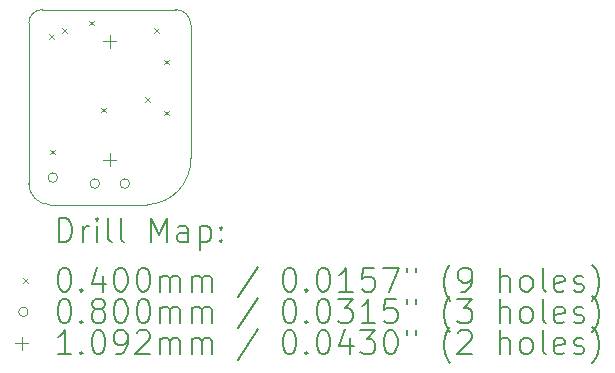
<source format=gbr>
%TF.GenerationSoftware,KiCad,Pcbnew,7.0.7*%
%TF.CreationDate,2023-12-15T10:31:17-05:00*%
%TF.ProjectId,Original Circle FES Device,4f726967-696e-4616-9c20-436972636c65,rev?*%
%TF.SameCoordinates,Original*%
%TF.FileFunction,Drillmap*%
%TF.FilePolarity,Positive*%
%FSLAX45Y45*%
G04 Gerber Fmt 4.5, Leading zero omitted, Abs format (unit mm)*
G04 Created by KiCad (PCBNEW 7.0.7) date 2023-12-15 10:31:17*
%MOMM*%
%LPD*%
G01*
G04 APERTURE LIST*
%ADD10C,0.100000*%
%ADD11C,0.200000*%
%ADD12C,0.040000*%
%ADD13C,0.080000*%
%ADD14C,0.109220*%
G04 APERTURE END LIST*
D10*
X12496800Y-10033000D02*
G75*
G03*
X12369800Y-9906000I-127000J0D01*
G01*
X12369800Y-9906000D02*
X11239500Y-9906000D01*
X11239500Y-9906000D02*
G75*
G03*
X11125200Y-10020300I0J-114300D01*
G01*
X12128500Y-11557000D02*
G75*
G03*
X12496800Y-11163300I-12700J381000D01*
G01*
X12496800Y-10033000D02*
X12496800Y-11163300D01*
X11125200Y-11379200D02*
X11125200Y-10020300D01*
X12128500Y-11557000D02*
X11303000Y-11557000D01*
X11125200Y-11379200D02*
G75*
G03*
X11303000Y-11557000I177800J0D01*
G01*
D11*
D12*
X11296888Y-10111753D02*
X11336888Y-10151753D01*
X11336888Y-10111753D02*
X11296888Y-10151753D01*
X11308400Y-11092500D02*
X11348400Y-11132500D01*
X11348400Y-11092500D02*
X11308400Y-11132500D01*
X11410000Y-10063800D02*
X11450000Y-10103800D01*
X11450000Y-10063800D02*
X11410000Y-10103800D01*
X11638600Y-10000300D02*
X11678600Y-10040300D01*
X11678600Y-10000300D02*
X11638600Y-10040300D01*
X11740200Y-10736900D02*
X11780200Y-10776900D01*
X11780200Y-10736900D02*
X11740200Y-10776900D01*
X12112200Y-10648000D02*
X12152200Y-10688000D01*
X12152200Y-10648000D02*
X12112200Y-10688000D01*
X12184700Y-10063800D02*
X12224700Y-10103800D01*
X12224700Y-10063800D02*
X12184700Y-10103800D01*
X12273600Y-10330500D02*
X12313600Y-10370500D01*
X12313600Y-10330500D02*
X12273600Y-10370500D01*
X12273600Y-10762300D02*
X12313600Y-10802300D01*
X12313600Y-10762300D02*
X12273600Y-10802300D01*
D13*
X11368400Y-11328400D02*
G75*
G03*
X11368400Y-11328400I-40000J0D01*
G01*
X11724000Y-11379200D02*
G75*
G03*
X11724000Y-11379200I-40000J0D01*
G01*
X11978000Y-11379200D02*
G75*
G03*
X11978000Y-11379200I-40000J0D01*
G01*
D14*
X11811000Y-10121390D02*
X11811000Y-10230610D01*
X11756390Y-10176000D02*
X11865610Y-10176000D01*
X11811000Y-11121390D02*
X11811000Y-11230610D01*
X11756390Y-11176000D02*
X11865610Y-11176000D01*
D11*
X11380977Y-11873484D02*
X11380977Y-11673484D01*
X11380977Y-11673484D02*
X11428596Y-11673484D01*
X11428596Y-11673484D02*
X11457167Y-11683008D01*
X11457167Y-11683008D02*
X11476215Y-11702055D01*
X11476215Y-11702055D02*
X11485739Y-11721103D01*
X11485739Y-11721103D02*
X11495262Y-11759198D01*
X11495262Y-11759198D02*
X11495262Y-11787769D01*
X11495262Y-11787769D02*
X11485739Y-11825865D01*
X11485739Y-11825865D02*
X11476215Y-11844912D01*
X11476215Y-11844912D02*
X11457167Y-11863960D01*
X11457167Y-11863960D02*
X11428596Y-11873484D01*
X11428596Y-11873484D02*
X11380977Y-11873484D01*
X11580977Y-11873484D02*
X11580977Y-11740150D01*
X11580977Y-11778246D02*
X11590501Y-11759198D01*
X11590501Y-11759198D02*
X11600024Y-11749674D01*
X11600024Y-11749674D02*
X11619072Y-11740150D01*
X11619072Y-11740150D02*
X11638120Y-11740150D01*
X11704786Y-11873484D02*
X11704786Y-11740150D01*
X11704786Y-11673484D02*
X11695262Y-11683008D01*
X11695262Y-11683008D02*
X11704786Y-11692531D01*
X11704786Y-11692531D02*
X11714310Y-11683008D01*
X11714310Y-11683008D02*
X11704786Y-11673484D01*
X11704786Y-11673484D02*
X11704786Y-11692531D01*
X11828596Y-11873484D02*
X11809548Y-11863960D01*
X11809548Y-11863960D02*
X11800024Y-11844912D01*
X11800024Y-11844912D02*
X11800024Y-11673484D01*
X11933358Y-11873484D02*
X11914310Y-11863960D01*
X11914310Y-11863960D02*
X11904786Y-11844912D01*
X11904786Y-11844912D02*
X11904786Y-11673484D01*
X12161929Y-11873484D02*
X12161929Y-11673484D01*
X12161929Y-11673484D02*
X12228596Y-11816341D01*
X12228596Y-11816341D02*
X12295262Y-11673484D01*
X12295262Y-11673484D02*
X12295262Y-11873484D01*
X12476215Y-11873484D02*
X12476215Y-11768722D01*
X12476215Y-11768722D02*
X12466691Y-11749674D01*
X12466691Y-11749674D02*
X12447643Y-11740150D01*
X12447643Y-11740150D02*
X12409548Y-11740150D01*
X12409548Y-11740150D02*
X12390501Y-11749674D01*
X12476215Y-11863960D02*
X12457167Y-11873484D01*
X12457167Y-11873484D02*
X12409548Y-11873484D01*
X12409548Y-11873484D02*
X12390501Y-11863960D01*
X12390501Y-11863960D02*
X12380977Y-11844912D01*
X12380977Y-11844912D02*
X12380977Y-11825865D01*
X12380977Y-11825865D02*
X12390501Y-11806817D01*
X12390501Y-11806817D02*
X12409548Y-11797293D01*
X12409548Y-11797293D02*
X12457167Y-11797293D01*
X12457167Y-11797293D02*
X12476215Y-11787769D01*
X12571453Y-11740150D02*
X12571453Y-11940150D01*
X12571453Y-11749674D02*
X12590501Y-11740150D01*
X12590501Y-11740150D02*
X12628596Y-11740150D01*
X12628596Y-11740150D02*
X12647643Y-11749674D01*
X12647643Y-11749674D02*
X12657167Y-11759198D01*
X12657167Y-11759198D02*
X12666691Y-11778246D01*
X12666691Y-11778246D02*
X12666691Y-11835388D01*
X12666691Y-11835388D02*
X12657167Y-11854436D01*
X12657167Y-11854436D02*
X12647643Y-11863960D01*
X12647643Y-11863960D02*
X12628596Y-11873484D01*
X12628596Y-11873484D02*
X12590501Y-11873484D01*
X12590501Y-11873484D02*
X12571453Y-11863960D01*
X12752405Y-11854436D02*
X12761929Y-11863960D01*
X12761929Y-11863960D02*
X12752405Y-11873484D01*
X12752405Y-11873484D02*
X12742882Y-11863960D01*
X12742882Y-11863960D02*
X12752405Y-11854436D01*
X12752405Y-11854436D02*
X12752405Y-11873484D01*
X12752405Y-11749674D02*
X12761929Y-11759198D01*
X12761929Y-11759198D02*
X12752405Y-11768722D01*
X12752405Y-11768722D02*
X12742882Y-11759198D01*
X12742882Y-11759198D02*
X12752405Y-11749674D01*
X12752405Y-11749674D02*
X12752405Y-11768722D01*
D12*
X11080200Y-12182000D02*
X11120200Y-12222000D01*
X11120200Y-12182000D02*
X11080200Y-12222000D01*
D11*
X11419072Y-12093484D02*
X11438120Y-12093484D01*
X11438120Y-12093484D02*
X11457167Y-12103008D01*
X11457167Y-12103008D02*
X11466691Y-12112531D01*
X11466691Y-12112531D02*
X11476215Y-12131579D01*
X11476215Y-12131579D02*
X11485739Y-12169674D01*
X11485739Y-12169674D02*
X11485739Y-12217293D01*
X11485739Y-12217293D02*
X11476215Y-12255388D01*
X11476215Y-12255388D02*
X11466691Y-12274436D01*
X11466691Y-12274436D02*
X11457167Y-12283960D01*
X11457167Y-12283960D02*
X11438120Y-12293484D01*
X11438120Y-12293484D02*
X11419072Y-12293484D01*
X11419072Y-12293484D02*
X11400024Y-12283960D01*
X11400024Y-12283960D02*
X11390501Y-12274436D01*
X11390501Y-12274436D02*
X11380977Y-12255388D01*
X11380977Y-12255388D02*
X11371453Y-12217293D01*
X11371453Y-12217293D02*
X11371453Y-12169674D01*
X11371453Y-12169674D02*
X11380977Y-12131579D01*
X11380977Y-12131579D02*
X11390501Y-12112531D01*
X11390501Y-12112531D02*
X11400024Y-12103008D01*
X11400024Y-12103008D02*
X11419072Y-12093484D01*
X11571453Y-12274436D02*
X11580977Y-12283960D01*
X11580977Y-12283960D02*
X11571453Y-12293484D01*
X11571453Y-12293484D02*
X11561929Y-12283960D01*
X11561929Y-12283960D02*
X11571453Y-12274436D01*
X11571453Y-12274436D02*
X11571453Y-12293484D01*
X11752405Y-12160150D02*
X11752405Y-12293484D01*
X11704786Y-12083960D02*
X11657167Y-12226817D01*
X11657167Y-12226817D02*
X11780977Y-12226817D01*
X11895262Y-12093484D02*
X11914310Y-12093484D01*
X11914310Y-12093484D02*
X11933358Y-12103008D01*
X11933358Y-12103008D02*
X11942882Y-12112531D01*
X11942882Y-12112531D02*
X11952405Y-12131579D01*
X11952405Y-12131579D02*
X11961929Y-12169674D01*
X11961929Y-12169674D02*
X11961929Y-12217293D01*
X11961929Y-12217293D02*
X11952405Y-12255388D01*
X11952405Y-12255388D02*
X11942882Y-12274436D01*
X11942882Y-12274436D02*
X11933358Y-12283960D01*
X11933358Y-12283960D02*
X11914310Y-12293484D01*
X11914310Y-12293484D02*
X11895262Y-12293484D01*
X11895262Y-12293484D02*
X11876215Y-12283960D01*
X11876215Y-12283960D02*
X11866691Y-12274436D01*
X11866691Y-12274436D02*
X11857167Y-12255388D01*
X11857167Y-12255388D02*
X11847643Y-12217293D01*
X11847643Y-12217293D02*
X11847643Y-12169674D01*
X11847643Y-12169674D02*
X11857167Y-12131579D01*
X11857167Y-12131579D02*
X11866691Y-12112531D01*
X11866691Y-12112531D02*
X11876215Y-12103008D01*
X11876215Y-12103008D02*
X11895262Y-12093484D01*
X12085739Y-12093484D02*
X12104786Y-12093484D01*
X12104786Y-12093484D02*
X12123834Y-12103008D01*
X12123834Y-12103008D02*
X12133358Y-12112531D01*
X12133358Y-12112531D02*
X12142882Y-12131579D01*
X12142882Y-12131579D02*
X12152405Y-12169674D01*
X12152405Y-12169674D02*
X12152405Y-12217293D01*
X12152405Y-12217293D02*
X12142882Y-12255388D01*
X12142882Y-12255388D02*
X12133358Y-12274436D01*
X12133358Y-12274436D02*
X12123834Y-12283960D01*
X12123834Y-12283960D02*
X12104786Y-12293484D01*
X12104786Y-12293484D02*
X12085739Y-12293484D01*
X12085739Y-12293484D02*
X12066691Y-12283960D01*
X12066691Y-12283960D02*
X12057167Y-12274436D01*
X12057167Y-12274436D02*
X12047643Y-12255388D01*
X12047643Y-12255388D02*
X12038120Y-12217293D01*
X12038120Y-12217293D02*
X12038120Y-12169674D01*
X12038120Y-12169674D02*
X12047643Y-12131579D01*
X12047643Y-12131579D02*
X12057167Y-12112531D01*
X12057167Y-12112531D02*
X12066691Y-12103008D01*
X12066691Y-12103008D02*
X12085739Y-12093484D01*
X12238120Y-12293484D02*
X12238120Y-12160150D01*
X12238120Y-12179198D02*
X12247643Y-12169674D01*
X12247643Y-12169674D02*
X12266691Y-12160150D01*
X12266691Y-12160150D02*
X12295263Y-12160150D01*
X12295263Y-12160150D02*
X12314310Y-12169674D01*
X12314310Y-12169674D02*
X12323834Y-12188722D01*
X12323834Y-12188722D02*
X12323834Y-12293484D01*
X12323834Y-12188722D02*
X12333358Y-12169674D01*
X12333358Y-12169674D02*
X12352405Y-12160150D01*
X12352405Y-12160150D02*
X12380977Y-12160150D01*
X12380977Y-12160150D02*
X12400024Y-12169674D01*
X12400024Y-12169674D02*
X12409548Y-12188722D01*
X12409548Y-12188722D02*
X12409548Y-12293484D01*
X12504786Y-12293484D02*
X12504786Y-12160150D01*
X12504786Y-12179198D02*
X12514310Y-12169674D01*
X12514310Y-12169674D02*
X12533358Y-12160150D01*
X12533358Y-12160150D02*
X12561929Y-12160150D01*
X12561929Y-12160150D02*
X12580977Y-12169674D01*
X12580977Y-12169674D02*
X12590501Y-12188722D01*
X12590501Y-12188722D02*
X12590501Y-12293484D01*
X12590501Y-12188722D02*
X12600024Y-12169674D01*
X12600024Y-12169674D02*
X12619072Y-12160150D01*
X12619072Y-12160150D02*
X12647643Y-12160150D01*
X12647643Y-12160150D02*
X12666691Y-12169674D01*
X12666691Y-12169674D02*
X12676215Y-12188722D01*
X12676215Y-12188722D02*
X12676215Y-12293484D01*
X13066691Y-12083960D02*
X12895263Y-12341103D01*
X13323834Y-12093484D02*
X13342882Y-12093484D01*
X13342882Y-12093484D02*
X13361929Y-12103008D01*
X13361929Y-12103008D02*
X13371453Y-12112531D01*
X13371453Y-12112531D02*
X13380977Y-12131579D01*
X13380977Y-12131579D02*
X13390501Y-12169674D01*
X13390501Y-12169674D02*
X13390501Y-12217293D01*
X13390501Y-12217293D02*
X13380977Y-12255388D01*
X13380977Y-12255388D02*
X13371453Y-12274436D01*
X13371453Y-12274436D02*
X13361929Y-12283960D01*
X13361929Y-12283960D02*
X13342882Y-12293484D01*
X13342882Y-12293484D02*
X13323834Y-12293484D01*
X13323834Y-12293484D02*
X13304786Y-12283960D01*
X13304786Y-12283960D02*
X13295263Y-12274436D01*
X13295263Y-12274436D02*
X13285739Y-12255388D01*
X13285739Y-12255388D02*
X13276215Y-12217293D01*
X13276215Y-12217293D02*
X13276215Y-12169674D01*
X13276215Y-12169674D02*
X13285739Y-12131579D01*
X13285739Y-12131579D02*
X13295263Y-12112531D01*
X13295263Y-12112531D02*
X13304786Y-12103008D01*
X13304786Y-12103008D02*
X13323834Y-12093484D01*
X13476215Y-12274436D02*
X13485739Y-12283960D01*
X13485739Y-12283960D02*
X13476215Y-12293484D01*
X13476215Y-12293484D02*
X13466691Y-12283960D01*
X13466691Y-12283960D02*
X13476215Y-12274436D01*
X13476215Y-12274436D02*
X13476215Y-12293484D01*
X13609548Y-12093484D02*
X13628596Y-12093484D01*
X13628596Y-12093484D02*
X13647644Y-12103008D01*
X13647644Y-12103008D02*
X13657167Y-12112531D01*
X13657167Y-12112531D02*
X13666691Y-12131579D01*
X13666691Y-12131579D02*
X13676215Y-12169674D01*
X13676215Y-12169674D02*
X13676215Y-12217293D01*
X13676215Y-12217293D02*
X13666691Y-12255388D01*
X13666691Y-12255388D02*
X13657167Y-12274436D01*
X13657167Y-12274436D02*
X13647644Y-12283960D01*
X13647644Y-12283960D02*
X13628596Y-12293484D01*
X13628596Y-12293484D02*
X13609548Y-12293484D01*
X13609548Y-12293484D02*
X13590501Y-12283960D01*
X13590501Y-12283960D02*
X13580977Y-12274436D01*
X13580977Y-12274436D02*
X13571453Y-12255388D01*
X13571453Y-12255388D02*
X13561929Y-12217293D01*
X13561929Y-12217293D02*
X13561929Y-12169674D01*
X13561929Y-12169674D02*
X13571453Y-12131579D01*
X13571453Y-12131579D02*
X13580977Y-12112531D01*
X13580977Y-12112531D02*
X13590501Y-12103008D01*
X13590501Y-12103008D02*
X13609548Y-12093484D01*
X13866691Y-12293484D02*
X13752406Y-12293484D01*
X13809548Y-12293484D02*
X13809548Y-12093484D01*
X13809548Y-12093484D02*
X13790501Y-12122055D01*
X13790501Y-12122055D02*
X13771453Y-12141103D01*
X13771453Y-12141103D02*
X13752406Y-12150627D01*
X14047644Y-12093484D02*
X13952406Y-12093484D01*
X13952406Y-12093484D02*
X13942882Y-12188722D01*
X13942882Y-12188722D02*
X13952406Y-12179198D01*
X13952406Y-12179198D02*
X13971453Y-12169674D01*
X13971453Y-12169674D02*
X14019072Y-12169674D01*
X14019072Y-12169674D02*
X14038120Y-12179198D01*
X14038120Y-12179198D02*
X14047644Y-12188722D01*
X14047644Y-12188722D02*
X14057167Y-12207769D01*
X14057167Y-12207769D02*
X14057167Y-12255388D01*
X14057167Y-12255388D02*
X14047644Y-12274436D01*
X14047644Y-12274436D02*
X14038120Y-12283960D01*
X14038120Y-12283960D02*
X14019072Y-12293484D01*
X14019072Y-12293484D02*
X13971453Y-12293484D01*
X13971453Y-12293484D02*
X13952406Y-12283960D01*
X13952406Y-12283960D02*
X13942882Y-12274436D01*
X14123834Y-12093484D02*
X14257167Y-12093484D01*
X14257167Y-12093484D02*
X14171453Y-12293484D01*
X14323834Y-12093484D02*
X14323834Y-12131579D01*
X14400025Y-12093484D02*
X14400025Y-12131579D01*
X14695263Y-12369674D02*
X14685739Y-12360150D01*
X14685739Y-12360150D02*
X14666691Y-12331579D01*
X14666691Y-12331579D02*
X14657168Y-12312531D01*
X14657168Y-12312531D02*
X14647644Y-12283960D01*
X14647644Y-12283960D02*
X14638120Y-12236341D01*
X14638120Y-12236341D02*
X14638120Y-12198246D01*
X14638120Y-12198246D02*
X14647644Y-12150627D01*
X14647644Y-12150627D02*
X14657168Y-12122055D01*
X14657168Y-12122055D02*
X14666691Y-12103008D01*
X14666691Y-12103008D02*
X14685739Y-12074436D01*
X14685739Y-12074436D02*
X14695263Y-12064912D01*
X14780977Y-12293484D02*
X14819072Y-12293484D01*
X14819072Y-12293484D02*
X14838120Y-12283960D01*
X14838120Y-12283960D02*
X14847644Y-12274436D01*
X14847644Y-12274436D02*
X14866691Y-12245865D01*
X14866691Y-12245865D02*
X14876215Y-12207769D01*
X14876215Y-12207769D02*
X14876215Y-12131579D01*
X14876215Y-12131579D02*
X14866691Y-12112531D01*
X14866691Y-12112531D02*
X14857168Y-12103008D01*
X14857168Y-12103008D02*
X14838120Y-12093484D01*
X14838120Y-12093484D02*
X14800025Y-12093484D01*
X14800025Y-12093484D02*
X14780977Y-12103008D01*
X14780977Y-12103008D02*
X14771453Y-12112531D01*
X14771453Y-12112531D02*
X14761929Y-12131579D01*
X14761929Y-12131579D02*
X14761929Y-12179198D01*
X14761929Y-12179198D02*
X14771453Y-12198246D01*
X14771453Y-12198246D02*
X14780977Y-12207769D01*
X14780977Y-12207769D02*
X14800025Y-12217293D01*
X14800025Y-12217293D02*
X14838120Y-12217293D01*
X14838120Y-12217293D02*
X14857168Y-12207769D01*
X14857168Y-12207769D02*
X14866691Y-12198246D01*
X14866691Y-12198246D02*
X14876215Y-12179198D01*
X15114310Y-12293484D02*
X15114310Y-12093484D01*
X15200025Y-12293484D02*
X15200025Y-12188722D01*
X15200025Y-12188722D02*
X15190501Y-12169674D01*
X15190501Y-12169674D02*
X15171453Y-12160150D01*
X15171453Y-12160150D02*
X15142882Y-12160150D01*
X15142882Y-12160150D02*
X15123834Y-12169674D01*
X15123834Y-12169674D02*
X15114310Y-12179198D01*
X15323834Y-12293484D02*
X15304787Y-12283960D01*
X15304787Y-12283960D02*
X15295263Y-12274436D01*
X15295263Y-12274436D02*
X15285739Y-12255388D01*
X15285739Y-12255388D02*
X15285739Y-12198246D01*
X15285739Y-12198246D02*
X15295263Y-12179198D01*
X15295263Y-12179198D02*
X15304787Y-12169674D01*
X15304787Y-12169674D02*
X15323834Y-12160150D01*
X15323834Y-12160150D02*
X15352406Y-12160150D01*
X15352406Y-12160150D02*
X15371453Y-12169674D01*
X15371453Y-12169674D02*
X15380977Y-12179198D01*
X15380977Y-12179198D02*
X15390501Y-12198246D01*
X15390501Y-12198246D02*
X15390501Y-12255388D01*
X15390501Y-12255388D02*
X15380977Y-12274436D01*
X15380977Y-12274436D02*
X15371453Y-12283960D01*
X15371453Y-12283960D02*
X15352406Y-12293484D01*
X15352406Y-12293484D02*
X15323834Y-12293484D01*
X15504787Y-12293484D02*
X15485739Y-12283960D01*
X15485739Y-12283960D02*
X15476215Y-12264912D01*
X15476215Y-12264912D02*
X15476215Y-12093484D01*
X15657168Y-12283960D02*
X15638120Y-12293484D01*
X15638120Y-12293484D02*
X15600025Y-12293484D01*
X15600025Y-12293484D02*
X15580977Y-12283960D01*
X15580977Y-12283960D02*
X15571453Y-12264912D01*
X15571453Y-12264912D02*
X15571453Y-12188722D01*
X15571453Y-12188722D02*
X15580977Y-12169674D01*
X15580977Y-12169674D02*
X15600025Y-12160150D01*
X15600025Y-12160150D02*
X15638120Y-12160150D01*
X15638120Y-12160150D02*
X15657168Y-12169674D01*
X15657168Y-12169674D02*
X15666691Y-12188722D01*
X15666691Y-12188722D02*
X15666691Y-12207769D01*
X15666691Y-12207769D02*
X15571453Y-12226817D01*
X15742882Y-12283960D02*
X15761930Y-12293484D01*
X15761930Y-12293484D02*
X15800025Y-12293484D01*
X15800025Y-12293484D02*
X15819072Y-12283960D01*
X15819072Y-12283960D02*
X15828596Y-12264912D01*
X15828596Y-12264912D02*
X15828596Y-12255388D01*
X15828596Y-12255388D02*
X15819072Y-12236341D01*
X15819072Y-12236341D02*
X15800025Y-12226817D01*
X15800025Y-12226817D02*
X15771453Y-12226817D01*
X15771453Y-12226817D02*
X15752406Y-12217293D01*
X15752406Y-12217293D02*
X15742882Y-12198246D01*
X15742882Y-12198246D02*
X15742882Y-12188722D01*
X15742882Y-12188722D02*
X15752406Y-12169674D01*
X15752406Y-12169674D02*
X15771453Y-12160150D01*
X15771453Y-12160150D02*
X15800025Y-12160150D01*
X15800025Y-12160150D02*
X15819072Y-12169674D01*
X15895263Y-12369674D02*
X15904787Y-12360150D01*
X15904787Y-12360150D02*
X15923834Y-12331579D01*
X15923834Y-12331579D02*
X15933358Y-12312531D01*
X15933358Y-12312531D02*
X15942882Y-12283960D01*
X15942882Y-12283960D02*
X15952406Y-12236341D01*
X15952406Y-12236341D02*
X15952406Y-12198246D01*
X15952406Y-12198246D02*
X15942882Y-12150627D01*
X15942882Y-12150627D02*
X15933358Y-12122055D01*
X15933358Y-12122055D02*
X15923834Y-12103008D01*
X15923834Y-12103008D02*
X15904787Y-12074436D01*
X15904787Y-12074436D02*
X15895263Y-12064912D01*
D13*
X11120200Y-12466000D02*
G75*
G03*
X11120200Y-12466000I-40000J0D01*
G01*
D11*
X11419072Y-12357484D02*
X11438120Y-12357484D01*
X11438120Y-12357484D02*
X11457167Y-12367008D01*
X11457167Y-12367008D02*
X11466691Y-12376531D01*
X11466691Y-12376531D02*
X11476215Y-12395579D01*
X11476215Y-12395579D02*
X11485739Y-12433674D01*
X11485739Y-12433674D02*
X11485739Y-12481293D01*
X11485739Y-12481293D02*
X11476215Y-12519388D01*
X11476215Y-12519388D02*
X11466691Y-12538436D01*
X11466691Y-12538436D02*
X11457167Y-12547960D01*
X11457167Y-12547960D02*
X11438120Y-12557484D01*
X11438120Y-12557484D02*
X11419072Y-12557484D01*
X11419072Y-12557484D02*
X11400024Y-12547960D01*
X11400024Y-12547960D02*
X11390501Y-12538436D01*
X11390501Y-12538436D02*
X11380977Y-12519388D01*
X11380977Y-12519388D02*
X11371453Y-12481293D01*
X11371453Y-12481293D02*
X11371453Y-12433674D01*
X11371453Y-12433674D02*
X11380977Y-12395579D01*
X11380977Y-12395579D02*
X11390501Y-12376531D01*
X11390501Y-12376531D02*
X11400024Y-12367008D01*
X11400024Y-12367008D02*
X11419072Y-12357484D01*
X11571453Y-12538436D02*
X11580977Y-12547960D01*
X11580977Y-12547960D02*
X11571453Y-12557484D01*
X11571453Y-12557484D02*
X11561929Y-12547960D01*
X11561929Y-12547960D02*
X11571453Y-12538436D01*
X11571453Y-12538436D02*
X11571453Y-12557484D01*
X11695262Y-12443198D02*
X11676215Y-12433674D01*
X11676215Y-12433674D02*
X11666691Y-12424150D01*
X11666691Y-12424150D02*
X11657167Y-12405103D01*
X11657167Y-12405103D02*
X11657167Y-12395579D01*
X11657167Y-12395579D02*
X11666691Y-12376531D01*
X11666691Y-12376531D02*
X11676215Y-12367008D01*
X11676215Y-12367008D02*
X11695262Y-12357484D01*
X11695262Y-12357484D02*
X11733358Y-12357484D01*
X11733358Y-12357484D02*
X11752405Y-12367008D01*
X11752405Y-12367008D02*
X11761929Y-12376531D01*
X11761929Y-12376531D02*
X11771453Y-12395579D01*
X11771453Y-12395579D02*
X11771453Y-12405103D01*
X11771453Y-12405103D02*
X11761929Y-12424150D01*
X11761929Y-12424150D02*
X11752405Y-12433674D01*
X11752405Y-12433674D02*
X11733358Y-12443198D01*
X11733358Y-12443198D02*
X11695262Y-12443198D01*
X11695262Y-12443198D02*
X11676215Y-12452722D01*
X11676215Y-12452722D02*
X11666691Y-12462246D01*
X11666691Y-12462246D02*
X11657167Y-12481293D01*
X11657167Y-12481293D02*
X11657167Y-12519388D01*
X11657167Y-12519388D02*
X11666691Y-12538436D01*
X11666691Y-12538436D02*
X11676215Y-12547960D01*
X11676215Y-12547960D02*
X11695262Y-12557484D01*
X11695262Y-12557484D02*
X11733358Y-12557484D01*
X11733358Y-12557484D02*
X11752405Y-12547960D01*
X11752405Y-12547960D02*
X11761929Y-12538436D01*
X11761929Y-12538436D02*
X11771453Y-12519388D01*
X11771453Y-12519388D02*
X11771453Y-12481293D01*
X11771453Y-12481293D02*
X11761929Y-12462246D01*
X11761929Y-12462246D02*
X11752405Y-12452722D01*
X11752405Y-12452722D02*
X11733358Y-12443198D01*
X11895262Y-12357484D02*
X11914310Y-12357484D01*
X11914310Y-12357484D02*
X11933358Y-12367008D01*
X11933358Y-12367008D02*
X11942882Y-12376531D01*
X11942882Y-12376531D02*
X11952405Y-12395579D01*
X11952405Y-12395579D02*
X11961929Y-12433674D01*
X11961929Y-12433674D02*
X11961929Y-12481293D01*
X11961929Y-12481293D02*
X11952405Y-12519388D01*
X11952405Y-12519388D02*
X11942882Y-12538436D01*
X11942882Y-12538436D02*
X11933358Y-12547960D01*
X11933358Y-12547960D02*
X11914310Y-12557484D01*
X11914310Y-12557484D02*
X11895262Y-12557484D01*
X11895262Y-12557484D02*
X11876215Y-12547960D01*
X11876215Y-12547960D02*
X11866691Y-12538436D01*
X11866691Y-12538436D02*
X11857167Y-12519388D01*
X11857167Y-12519388D02*
X11847643Y-12481293D01*
X11847643Y-12481293D02*
X11847643Y-12433674D01*
X11847643Y-12433674D02*
X11857167Y-12395579D01*
X11857167Y-12395579D02*
X11866691Y-12376531D01*
X11866691Y-12376531D02*
X11876215Y-12367008D01*
X11876215Y-12367008D02*
X11895262Y-12357484D01*
X12085739Y-12357484D02*
X12104786Y-12357484D01*
X12104786Y-12357484D02*
X12123834Y-12367008D01*
X12123834Y-12367008D02*
X12133358Y-12376531D01*
X12133358Y-12376531D02*
X12142882Y-12395579D01*
X12142882Y-12395579D02*
X12152405Y-12433674D01*
X12152405Y-12433674D02*
X12152405Y-12481293D01*
X12152405Y-12481293D02*
X12142882Y-12519388D01*
X12142882Y-12519388D02*
X12133358Y-12538436D01*
X12133358Y-12538436D02*
X12123834Y-12547960D01*
X12123834Y-12547960D02*
X12104786Y-12557484D01*
X12104786Y-12557484D02*
X12085739Y-12557484D01*
X12085739Y-12557484D02*
X12066691Y-12547960D01*
X12066691Y-12547960D02*
X12057167Y-12538436D01*
X12057167Y-12538436D02*
X12047643Y-12519388D01*
X12047643Y-12519388D02*
X12038120Y-12481293D01*
X12038120Y-12481293D02*
X12038120Y-12433674D01*
X12038120Y-12433674D02*
X12047643Y-12395579D01*
X12047643Y-12395579D02*
X12057167Y-12376531D01*
X12057167Y-12376531D02*
X12066691Y-12367008D01*
X12066691Y-12367008D02*
X12085739Y-12357484D01*
X12238120Y-12557484D02*
X12238120Y-12424150D01*
X12238120Y-12443198D02*
X12247643Y-12433674D01*
X12247643Y-12433674D02*
X12266691Y-12424150D01*
X12266691Y-12424150D02*
X12295263Y-12424150D01*
X12295263Y-12424150D02*
X12314310Y-12433674D01*
X12314310Y-12433674D02*
X12323834Y-12452722D01*
X12323834Y-12452722D02*
X12323834Y-12557484D01*
X12323834Y-12452722D02*
X12333358Y-12433674D01*
X12333358Y-12433674D02*
X12352405Y-12424150D01*
X12352405Y-12424150D02*
X12380977Y-12424150D01*
X12380977Y-12424150D02*
X12400024Y-12433674D01*
X12400024Y-12433674D02*
X12409548Y-12452722D01*
X12409548Y-12452722D02*
X12409548Y-12557484D01*
X12504786Y-12557484D02*
X12504786Y-12424150D01*
X12504786Y-12443198D02*
X12514310Y-12433674D01*
X12514310Y-12433674D02*
X12533358Y-12424150D01*
X12533358Y-12424150D02*
X12561929Y-12424150D01*
X12561929Y-12424150D02*
X12580977Y-12433674D01*
X12580977Y-12433674D02*
X12590501Y-12452722D01*
X12590501Y-12452722D02*
X12590501Y-12557484D01*
X12590501Y-12452722D02*
X12600024Y-12433674D01*
X12600024Y-12433674D02*
X12619072Y-12424150D01*
X12619072Y-12424150D02*
X12647643Y-12424150D01*
X12647643Y-12424150D02*
X12666691Y-12433674D01*
X12666691Y-12433674D02*
X12676215Y-12452722D01*
X12676215Y-12452722D02*
X12676215Y-12557484D01*
X13066691Y-12347960D02*
X12895263Y-12605103D01*
X13323834Y-12357484D02*
X13342882Y-12357484D01*
X13342882Y-12357484D02*
X13361929Y-12367008D01*
X13361929Y-12367008D02*
X13371453Y-12376531D01*
X13371453Y-12376531D02*
X13380977Y-12395579D01*
X13380977Y-12395579D02*
X13390501Y-12433674D01*
X13390501Y-12433674D02*
X13390501Y-12481293D01*
X13390501Y-12481293D02*
X13380977Y-12519388D01*
X13380977Y-12519388D02*
X13371453Y-12538436D01*
X13371453Y-12538436D02*
X13361929Y-12547960D01*
X13361929Y-12547960D02*
X13342882Y-12557484D01*
X13342882Y-12557484D02*
X13323834Y-12557484D01*
X13323834Y-12557484D02*
X13304786Y-12547960D01*
X13304786Y-12547960D02*
X13295263Y-12538436D01*
X13295263Y-12538436D02*
X13285739Y-12519388D01*
X13285739Y-12519388D02*
X13276215Y-12481293D01*
X13276215Y-12481293D02*
X13276215Y-12433674D01*
X13276215Y-12433674D02*
X13285739Y-12395579D01*
X13285739Y-12395579D02*
X13295263Y-12376531D01*
X13295263Y-12376531D02*
X13304786Y-12367008D01*
X13304786Y-12367008D02*
X13323834Y-12357484D01*
X13476215Y-12538436D02*
X13485739Y-12547960D01*
X13485739Y-12547960D02*
X13476215Y-12557484D01*
X13476215Y-12557484D02*
X13466691Y-12547960D01*
X13466691Y-12547960D02*
X13476215Y-12538436D01*
X13476215Y-12538436D02*
X13476215Y-12557484D01*
X13609548Y-12357484D02*
X13628596Y-12357484D01*
X13628596Y-12357484D02*
X13647644Y-12367008D01*
X13647644Y-12367008D02*
X13657167Y-12376531D01*
X13657167Y-12376531D02*
X13666691Y-12395579D01*
X13666691Y-12395579D02*
X13676215Y-12433674D01*
X13676215Y-12433674D02*
X13676215Y-12481293D01*
X13676215Y-12481293D02*
X13666691Y-12519388D01*
X13666691Y-12519388D02*
X13657167Y-12538436D01*
X13657167Y-12538436D02*
X13647644Y-12547960D01*
X13647644Y-12547960D02*
X13628596Y-12557484D01*
X13628596Y-12557484D02*
X13609548Y-12557484D01*
X13609548Y-12557484D02*
X13590501Y-12547960D01*
X13590501Y-12547960D02*
X13580977Y-12538436D01*
X13580977Y-12538436D02*
X13571453Y-12519388D01*
X13571453Y-12519388D02*
X13561929Y-12481293D01*
X13561929Y-12481293D02*
X13561929Y-12433674D01*
X13561929Y-12433674D02*
X13571453Y-12395579D01*
X13571453Y-12395579D02*
X13580977Y-12376531D01*
X13580977Y-12376531D02*
X13590501Y-12367008D01*
X13590501Y-12367008D02*
X13609548Y-12357484D01*
X13742882Y-12357484D02*
X13866691Y-12357484D01*
X13866691Y-12357484D02*
X13800025Y-12433674D01*
X13800025Y-12433674D02*
X13828596Y-12433674D01*
X13828596Y-12433674D02*
X13847644Y-12443198D01*
X13847644Y-12443198D02*
X13857167Y-12452722D01*
X13857167Y-12452722D02*
X13866691Y-12471769D01*
X13866691Y-12471769D02*
X13866691Y-12519388D01*
X13866691Y-12519388D02*
X13857167Y-12538436D01*
X13857167Y-12538436D02*
X13847644Y-12547960D01*
X13847644Y-12547960D02*
X13828596Y-12557484D01*
X13828596Y-12557484D02*
X13771453Y-12557484D01*
X13771453Y-12557484D02*
X13752406Y-12547960D01*
X13752406Y-12547960D02*
X13742882Y-12538436D01*
X14057167Y-12557484D02*
X13942882Y-12557484D01*
X14000025Y-12557484D02*
X14000025Y-12357484D01*
X14000025Y-12357484D02*
X13980977Y-12386055D01*
X13980977Y-12386055D02*
X13961929Y-12405103D01*
X13961929Y-12405103D02*
X13942882Y-12414627D01*
X14238120Y-12357484D02*
X14142882Y-12357484D01*
X14142882Y-12357484D02*
X14133358Y-12452722D01*
X14133358Y-12452722D02*
X14142882Y-12443198D01*
X14142882Y-12443198D02*
X14161929Y-12433674D01*
X14161929Y-12433674D02*
X14209548Y-12433674D01*
X14209548Y-12433674D02*
X14228596Y-12443198D01*
X14228596Y-12443198D02*
X14238120Y-12452722D01*
X14238120Y-12452722D02*
X14247644Y-12471769D01*
X14247644Y-12471769D02*
X14247644Y-12519388D01*
X14247644Y-12519388D02*
X14238120Y-12538436D01*
X14238120Y-12538436D02*
X14228596Y-12547960D01*
X14228596Y-12547960D02*
X14209548Y-12557484D01*
X14209548Y-12557484D02*
X14161929Y-12557484D01*
X14161929Y-12557484D02*
X14142882Y-12547960D01*
X14142882Y-12547960D02*
X14133358Y-12538436D01*
X14323834Y-12357484D02*
X14323834Y-12395579D01*
X14400025Y-12357484D02*
X14400025Y-12395579D01*
X14695263Y-12633674D02*
X14685739Y-12624150D01*
X14685739Y-12624150D02*
X14666691Y-12595579D01*
X14666691Y-12595579D02*
X14657168Y-12576531D01*
X14657168Y-12576531D02*
X14647644Y-12547960D01*
X14647644Y-12547960D02*
X14638120Y-12500341D01*
X14638120Y-12500341D02*
X14638120Y-12462246D01*
X14638120Y-12462246D02*
X14647644Y-12414627D01*
X14647644Y-12414627D02*
X14657168Y-12386055D01*
X14657168Y-12386055D02*
X14666691Y-12367008D01*
X14666691Y-12367008D02*
X14685739Y-12338436D01*
X14685739Y-12338436D02*
X14695263Y-12328912D01*
X14752406Y-12357484D02*
X14876215Y-12357484D01*
X14876215Y-12357484D02*
X14809548Y-12433674D01*
X14809548Y-12433674D02*
X14838120Y-12433674D01*
X14838120Y-12433674D02*
X14857168Y-12443198D01*
X14857168Y-12443198D02*
X14866691Y-12452722D01*
X14866691Y-12452722D02*
X14876215Y-12471769D01*
X14876215Y-12471769D02*
X14876215Y-12519388D01*
X14876215Y-12519388D02*
X14866691Y-12538436D01*
X14866691Y-12538436D02*
X14857168Y-12547960D01*
X14857168Y-12547960D02*
X14838120Y-12557484D01*
X14838120Y-12557484D02*
X14780977Y-12557484D01*
X14780977Y-12557484D02*
X14761929Y-12547960D01*
X14761929Y-12547960D02*
X14752406Y-12538436D01*
X15114310Y-12557484D02*
X15114310Y-12357484D01*
X15200025Y-12557484D02*
X15200025Y-12452722D01*
X15200025Y-12452722D02*
X15190501Y-12433674D01*
X15190501Y-12433674D02*
X15171453Y-12424150D01*
X15171453Y-12424150D02*
X15142882Y-12424150D01*
X15142882Y-12424150D02*
X15123834Y-12433674D01*
X15123834Y-12433674D02*
X15114310Y-12443198D01*
X15323834Y-12557484D02*
X15304787Y-12547960D01*
X15304787Y-12547960D02*
X15295263Y-12538436D01*
X15295263Y-12538436D02*
X15285739Y-12519388D01*
X15285739Y-12519388D02*
X15285739Y-12462246D01*
X15285739Y-12462246D02*
X15295263Y-12443198D01*
X15295263Y-12443198D02*
X15304787Y-12433674D01*
X15304787Y-12433674D02*
X15323834Y-12424150D01*
X15323834Y-12424150D02*
X15352406Y-12424150D01*
X15352406Y-12424150D02*
X15371453Y-12433674D01*
X15371453Y-12433674D02*
X15380977Y-12443198D01*
X15380977Y-12443198D02*
X15390501Y-12462246D01*
X15390501Y-12462246D02*
X15390501Y-12519388D01*
X15390501Y-12519388D02*
X15380977Y-12538436D01*
X15380977Y-12538436D02*
X15371453Y-12547960D01*
X15371453Y-12547960D02*
X15352406Y-12557484D01*
X15352406Y-12557484D02*
X15323834Y-12557484D01*
X15504787Y-12557484D02*
X15485739Y-12547960D01*
X15485739Y-12547960D02*
X15476215Y-12528912D01*
X15476215Y-12528912D02*
X15476215Y-12357484D01*
X15657168Y-12547960D02*
X15638120Y-12557484D01*
X15638120Y-12557484D02*
X15600025Y-12557484D01*
X15600025Y-12557484D02*
X15580977Y-12547960D01*
X15580977Y-12547960D02*
X15571453Y-12528912D01*
X15571453Y-12528912D02*
X15571453Y-12452722D01*
X15571453Y-12452722D02*
X15580977Y-12433674D01*
X15580977Y-12433674D02*
X15600025Y-12424150D01*
X15600025Y-12424150D02*
X15638120Y-12424150D01*
X15638120Y-12424150D02*
X15657168Y-12433674D01*
X15657168Y-12433674D02*
X15666691Y-12452722D01*
X15666691Y-12452722D02*
X15666691Y-12471769D01*
X15666691Y-12471769D02*
X15571453Y-12490817D01*
X15742882Y-12547960D02*
X15761930Y-12557484D01*
X15761930Y-12557484D02*
X15800025Y-12557484D01*
X15800025Y-12557484D02*
X15819072Y-12547960D01*
X15819072Y-12547960D02*
X15828596Y-12528912D01*
X15828596Y-12528912D02*
X15828596Y-12519388D01*
X15828596Y-12519388D02*
X15819072Y-12500341D01*
X15819072Y-12500341D02*
X15800025Y-12490817D01*
X15800025Y-12490817D02*
X15771453Y-12490817D01*
X15771453Y-12490817D02*
X15752406Y-12481293D01*
X15752406Y-12481293D02*
X15742882Y-12462246D01*
X15742882Y-12462246D02*
X15742882Y-12452722D01*
X15742882Y-12452722D02*
X15752406Y-12433674D01*
X15752406Y-12433674D02*
X15771453Y-12424150D01*
X15771453Y-12424150D02*
X15800025Y-12424150D01*
X15800025Y-12424150D02*
X15819072Y-12433674D01*
X15895263Y-12633674D02*
X15904787Y-12624150D01*
X15904787Y-12624150D02*
X15923834Y-12595579D01*
X15923834Y-12595579D02*
X15933358Y-12576531D01*
X15933358Y-12576531D02*
X15942882Y-12547960D01*
X15942882Y-12547960D02*
X15952406Y-12500341D01*
X15952406Y-12500341D02*
X15952406Y-12462246D01*
X15952406Y-12462246D02*
X15942882Y-12414627D01*
X15942882Y-12414627D02*
X15933358Y-12386055D01*
X15933358Y-12386055D02*
X15923834Y-12367008D01*
X15923834Y-12367008D02*
X15904787Y-12338436D01*
X15904787Y-12338436D02*
X15895263Y-12328912D01*
D14*
X11065590Y-12675390D02*
X11065590Y-12784610D01*
X11010980Y-12730000D02*
X11120200Y-12730000D01*
D11*
X11485739Y-12821484D02*
X11371453Y-12821484D01*
X11428596Y-12821484D02*
X11428596Y-12621484D01*
X11428596Y-12621484D02*
X11409548Y-12650055D01*
X11409548Y-12650055D02*
X11390501Y-12669103D01*
X11390501Y-12669103D02*
X11371453Y-12678627D01*
X11571453Y-12802436D02*
X11580977Y-12811960D01*
X11580977Y-12811960D02*
X11571453Y-12821484D01*
X11571453Y-12821484D02*
X11561929Y-12811960D01*
X11561929Y-12811960D02*
X11571453Y-12802436D01*
X11571453Y-12802436D02*
X11571453Y-12821484D01*
X11704786Y-12621484D02*
X11723834Y-12621484D01*
X11723834Y-12621484D02*
X11742882Y-12631008D01*
X11742882Y-12631008D02*
X11752405Y-12640531D01*
X11752405Y-12640531D02*
X11761929Y-12659579D01*
X11761929Y-12659579D02*
X11771453Y-12697674D01*
X11771453Y-12697674D02*
X11771453Y-12745293D01*
X11771453Y-12745293D02*
X11761929Y-12783388D01*
X11761929Y-12783388D02*
X11752405Y-12802436D01*
X11752405Y-12802436D02*
X11742882Y-12811960D01*
X11742882Y-12811960D02*
X11723834Y-12821484D01*
X11723834Y-12821484D02*
X11704786Y-12821484D01*
X11704786Y-12821484D02*
X11685739Y-12811960D01*
X11685739Y-12811960D02*
X11676215Y-12802436D01*
X11676215Y-12802436D02*
X11666691Y-12783388D01*
X11666691Y-12783388D02*
X11657167Y-12745293D01*
X11657167Y-12745293D02*
X11657167Y-12697674D01*
X11657167Y-12697674D02*
X11666691Y-12659579D01*
X11666691Y-12659579D02*
X11676215Y-12640531D01*
X11676215Y-12640531D02*
X11685739Y-12631008D01*
X11685739Y-12631008D02*
X11704786Y-12621484D01*
X11866691Y-12821484D02*
X11904786Y-12821484D01*
X11904786Y-12821484D02*
X11923834Y-12811960D01*
X11923834Y-12811960D02*
X11933358Y-12802436D01*
X11933358Y-12802436D02*
X11952405Y-12773865D01*
X11952405Y-12773865D02*
X11961929Y-12735769D01*
X11961929Y-12735769D02*
X11961929Y-12659579D01*
X11961929Y-12659579D02*
X11952405Y-12640531D01*
X11952405Y-12640531D02*
X11942882Y-12631008D01*
X11942882Y-12631008D02*
X11923834Y-12621484D01*
X11923834Y-12621484D02*
X11885739Y-12621484D01*
X11885739Y-12621484D02*
X11866691Y-12631008D01*
X11866691Y-12631008D02*
X11857167Y-12640531D01*
X11857167Y-12640531D02*
X11847643Y-12659579D01*
X11847643Y-12659579D02*
X11847643Y-12707198D01*
X11847643Y-12707198D02*
X11857167Y-12726246D01*
X11857167Y-12726246D02*
X11866691Y-12735769D01*
X11866691Y-12735769D02*
X11885739Y-12745293D01*
X11885739Y-12745293D02*
X11923834Y-12745293D01*
X11923834Y-12745293D02*
X11942882Y-12735769D01*
X11942882Y-12735769D02*
X11952405Y-12726246D01*
X11952405Y-12726246D02*
X11961929Y-12707198D01*
X12038120Y-12640531D02*
X12047643Y-12631008D01*
X12047643Y-12631008D02*
X12066691Y-12621484D01*
X12066691Y-12621484D02*
X12114310Y-12621484D01*
X12114310Y-12621484D02*
X12133358Y-12631008D01*
X12133358Y-12631008D02*
X12142882Y-12640531D01*
X12142882Y-12640531D02*
X12152405Y-12659579D01*
X12152405Y-12659579D02*
X12152405Y-12678627D01*
X12152405Y-12678627D02*
X12142882Y-12707198D01*
X12142882Y-12707198D02*
X12028596Y-12821484D01*
X12028596Y-12821484D02*
X12152405Y-12821484D01*
X12238120Y-12821484D02*
X12238120Y-12688150D01*
X12238120Y-12707198D02*
X12247643Y-12697674D01*
X12247643Y-12697674D02*
X12266691Y-12688150D01*
X12266691Y-12688150D02*
X12295263Y-12688150D01*
X12295263Y-12688150D02*
X12314310Y-12697674D01*
X12314310Y-12697674D02*
X12323834Y-12716722D01*
X12323834Y-12716722D02*
X12323834Y-12821484D01*
X12323834Y-12716722D02*
X12333358Y-12697674D01*
X12333358Y-12697674D02*
X12352405Y-12688150D01*
X12352405Y-12688150D02*
X12380977Y-12688150D01*
X12380977Y-12688150D02*
X12400024Y-12697674D01*
X12400024Y-12697674D02*
X12409548Y-12716722D01*
X12409548Y-12716722D02*
X12409548Y-12821484D01*
X12504786Y-12821484D02*
X12504786Y-12688150D01*
X12504786Y-12707198D02*
X12514310Y-12697674D01*
X12514310Y-12697674D02*
X12533358Y-12688150D01*
X12533358Y-12688150D02*
X12561929Y-12688150D01*
X12561929Y-12688150D02*
X12580977Y-12697674D01*
X12580977Y-12697674D02*
X12590501Y-12716722D01*
X12590501Y-12716722D02*
X12590501Y-12821484D01*
X12590501Y-12716722D02*
X12600024Y-12697674D01*
X12600024Y-12697674D02*
X12619072Y-12688150D01*
X12619072Y-12688150D02*
X12647643Y-12688150D01*
X12647643Y-12688150D02*
X12666691Y-12697674D01*
X12666691Y-12697674D02*
X12676215Y-12716722D01*
X12676215Y-12716722D02*
X12676215Y-12821484D01*
X13066691Y-12611960D02*
X12895263Y-12869103D01*
X13323834Y-12621484D02*
X13342882Y-12621484D01*
X13342882Y-12621484D02*
X13361929Y-12631008D01*
X13361929Y-12631008D02*
X13371453Y-12640531D01*
X13371453Y-12640531D02*
X13380977Y-12659579D01*
X13380977Y-12659579D02*
X13390501Y-12697674D01*
X13390501Y-12697674D02*
X13390501Y-12745293D01*
X13390501Y-12745293D02*
X13380977Y-12783388D01*
X13380977Y-12783388D02*
X13371453Y-12802436D01*
X13371453Y-12802436D02*
X13361929Y-12811960D01*
X13361929Y-12811960D02*
X13342882Y-12821484D01*
X13342882Y-12821484D02*
X13323834Y-12821484D01*
X13323834Y-12821484D02*
X13304786Y-12811960D01*
X13304786Y-12811960D02*
X13295263Y-12802436D01*
X13295263Y-12802436D02*
X13285739Y-12783388D01*
X13285739Y-12783388D02*
X13276215Y-12745293D01*
X13276215Y-12745293D02*
X13276215Y-12697674D01*
X13276215Y-12697674D02*
X13285739Y-12659579D01*
X13285739Y-12659579D02*
X13295263Y-12640531D01*
X13295263Y-12640531D02*
X13304786Y-12631008D01*
X13304786Y-12631008D02*
X13323834Y-12621484D01*
X13476215Y-12802436D02*
X13485739Y-12811960D01*
X13485739Y-12811960D02*
X13476215Y-12821484D01*
X13476215Y-12821484D02*
X13466691Y-12811960D01*
X13466691Y-12811960D02*
X13476215Y-12802436D01*
X13476215Y-12802436D02*
X13476215Y-12821484D01*
X13609548Y-12621484D02*
X13628596Y-12621484D01*
X13628596Y-12621484D02*
X13647644Y-12631008D01*
X13647644Y-12631008D02*
X13657167Y-12640531D01*
X13657167Y-12640531D02*
X13666691Y-12659579D01*
X13666691Y-12659579D02*
X13676215Y-12697674D01*
X13676215Y-12697674D02*
X13676215Y-12745293D01*
X13676215Y-12745293D02*
X13666691Y-12783388D01*
X13666691Y-12783388D02*
X13657167Y-12802436D01*
X13657167Y-12802436D02*
X13647644Y-12811960D01*
X13647644Y-12811960D02*
X13628596Y-12821484D01*
X13628596Y-12821484D02*
X13609548Y-12821484D01*
X13609548Y-12821484D02*
X13590501Y-12811960D01*
X13590501Y-12811960D02*
X13580977Y-12802436D01*
X13580977Y-12802436D02*
X13571453Y-12783388D01*
X13571453Y-12783388D02*
X13561929Y-12745293D01*
X13561929Y-12745293D02*
X13561929Y-12697674D01*
X13561929Y-12697674D02*
X13571453Y-12659579D01*
X13571453Y-12659579D02*
X13580977Y-12640531D01*
X13580977Y-12640531D02*
X13590501Y-12631008D01*
X13590501Y-12631008D02*
X13609548Y-12621484D01*
X13847644Y-12688150D02*
X13847644Y-12821484D01*
X13800025Y-12611960D02*
X13752406Y-12754817D01*
X13752406Y-12754817D02*
X13876215Y-12754817D01*
X13933358Y-12621484D02*
X14057167Y-12621484D01*
X14057167Y-12621484D02*
X13990501Y-12697674D01*
X13990501Y-12697674D02*
X14019072Y-12697674D01*
X14019072Y-12697674D02*
X14038120Y-12707198D01*
X14038120Y-12707198D02*
X14047644Y-12716722D01*
X14047644Y-12716722D02*
X14057167Y-12735769D01*
X14057167Y-12735769D02*
X14057167Y-12783388D01*
X14057167Y-12783388D02*
X14047644Y-12802436D01*
X14047644Y-12802436D02*
X14038120Y-12811960D01*
X14038120Y-12811960D02*
X14019072Y-12821484D01*
X14019072Y-12821484D02*
X13961929Y-12821484D01*
X13961929Y-12821484D02*
X13942882Y-12811960D01*
X13942882Y-12811960D02*
X13933358Y-12802436D01*
X14180977Y-12621484D02*
X14200025Y-12621484D01*
X14200025Y-12621484D02*
X14219072Y-12631008D01*
X14219072Y-12631008D02*
X14228596Y-12640531D01*
X14228596Y-12640531D02*
X14238120Y-12659579D01*
X14238120Y-12659579D02*
X14247644Y-12697674D01*
X14247644Y-12697674D02*
X14247644Y-12745293D01*
X14247644Y-12745293D02*
X14238120Y-12783388D01*
X14238120Y-12783388D02*
X14228596Y-12802436D01*
X14228596Y-12802436D02*
X14219072Y-12811960D01*
X14219072Y-12811960D02*
X14200025Y-12821484D01*
X14200025Y-12821484D02*
X14180977Y-12821484D01*
X14180977Y-12821484D02*
X14161929Y-12811960D01*
X14161929Y-12811960D02*
X14152406Y-12802436D01*
X14152406Y-12802436D02*
X14142882Y-12783388D01*
X14142882Y-12783388D02*
X14133358Y-12745293D01*
X14133358Y-12745293D02*
X14133358Y-12697674D01*
X14133358Y-12697674D02*
X14142882Y-12659579D01*
X14142882Y-12659579D02*
X14152406Y-12640531D01*
X14152406Y-12640531D02*
X14161929Y-12631008D01*
X14161929Y-12631008D02*
X14180977Y-12621484D01*
X14323834Y-12621484D02*
X14323834Y-12659579D01*
X14400025Y-12621484D02*
X14400025Y-12659579D01*
X14695263Y-12897674D02*
X14685739Y-12888150D01*
X14685739Y-12888150D02*
X14666691Y-12859579D01*
X14666691Y-12859579D02*
X14657168Y-12840531D01*
X14657168Y-12840531D02*
X14647644Y-12811960D01*
X14647644Y-12811960D02*
X14638120Y-12764341D01*
X14638120Y-12764341D02*
X14638120Y-12726246D01*
X14638120Y-12726246D02*
X14647644Y-12678627D01*
X14647644Y-12678627D02*
X14657168Y-12650055D01*
X14657168Y-12650055D02*
X14666691Y-12631008D01*
X14666691Y-12631008D02*
X14685739Y-12602436D01*
X14685739Y-12602436D02*
X14695263Y-12592912D01*
X14761929Y-12640531D02*
X14771453Y-12631008D01*
X14771453Y-12631008D02*
X14790501Y-12621484D01*
X14790501Y-12621484D02*
X14838120Y-12621484D01*
X14838120Y-12621484D02*
X14857168Y-12631008D01*
X14857168Y-12631008D02*
X14866691Y-12640531D01*
X14866691Y-12640531D02*
X14876215Y-12659579D01*
X14876215Y-12659579D02*
X14876215Y-12678627D01*
X14876215Y-12678627D02*
X14866691Y-12707198D01*
X14866691Y-12707198D02*
X14752406Y-12821484D01*
X14752406Y-12821484D02*
X14876215Y-12821484D01*
X15114310Y-12821484D02*
X15114310Y-12621484D01*
X15200025Y-12821484D02*
X15200025Y-12716722D01*
X15200025Y-12716722D02*
X15190501Y-12697674D01*
X15190501Y-12697674D02*
X15171453Y-12688150D01*
X15171453Y-12688150D02*
X15142882Y-12688150D01*
X15142882Y-12688150D02*
X15123834Y-12697674D01*
X15123834Y-12697674D02*
X15114310Y-12707198D01*
X15323834Y-12821484D02*
X15304787Y-12811960D01*
X15304787Y-12811960D02*
X15295263Y-12802436D01*
X15295263Y-12802436D02*
X15285739Y-12783388D01*
X15285739Y-12783388D02*
X15285739Y-12726246D01*
X15285739Y-12726246D02*
X15295263Y-12707198D01*
X15295263Y-12707198D02*
X15304787Y-12697674D01*
X15304787Y-12697674D02*
X15323834Y-12688150D01*
X15323834Y-12688150D02*
X15352406Y-12688150D01*
X15352406Y-12688150D02*
X15371453Y-12697674D01*
X15371453Y-12697674D02*
X15380977Y-12707198D01*
X15380977Y-12707198D02*
X15390501Y-12726246D01*
X15390501Y-12726246D02*
X15390501Y-12783388D01*
X15390501Y-12783388D02*
X15380977Y-12802436D01*
X15380977Y-12802436D02*
X15371453Y-12811960D01*
X15371453Y-12811960D02*
X15352406Y-12821484D01*
X15352406Y-12821484D02*
X15323834Y-12821484D01*
X15504787Y-12821484D02*
X15485739Y-12811960D01*
X15485739Y-12811960D02*
X15476215Y-12792912D01*
X15476215Y-12792912D02*
X15476215Y-12621484D01*
X15657168Y-12811960D02*
X15638120Y-12821484D01*
X15638120Y-12821484D02*
X15600025Y-12821484D01*
X15600025Y-12821484D02*
X15580977Y-12811960D01*
X15580977Y-12811960D02*
X15571453Y-12792912D01*
X15571453Y-12792912D02*
X15571453Y-12716722D01*
X15571453Y-12716722D02*
X15580977Y-12697674D01*
X15580977Y-12697674D02*
X15600025Y-12688150D01*
X15600025Y-12688150D02*
X15638120Y-12688150D01*
X15638120Y-12688150D02*
X15657168Y-12697674D01*
X15657168Y-12697674D02*
X15666691Y-12716722D01*
X15666691Y-12716722D02*
X15666691Y-12735769D01*
X15666691Y-12735769D02*
X15571453Y-12754817D01*
X15742882Y-12811960D02*
X15761930Y-12821484D01*
X15761930Y-12821484D02*
X15800025Y-12821484D01*
X15800025Y-12821484D02*
X15819072Y-12811960D01*
X15819072Y-12811960D02*
X15828596Y-12792912D01*
X15828596Y-12792912D02*
X15828596Y-12783388D01*
X15828596Y-12783388D02*
X15819072Y-12764341D01*
X15819072Y-12764341D02*
X15800025Y-12754817D01*
X15800025Y-12754817D02*
X15771453Y-12754817D01*
X15771453Y-12754817D02*
X15752406Y-12745293D01*
X15752406Y-12745293D02*
X15742882Y-12726246D01*
X15742882Y-12726246D02*
X15742882Y-12716722D01*
X15742882Y-12716722D02*
X15752406Y-12697674D01*
X15752406Y-12697674D02*
X15771453Y-12688150D01*
X15771453Y-12688150D02*
X15800025Y-12688150D01*
X15800025Y-12688150D02*
X15819072Y-12697674D01*
X15895263Y-12897674D02*
X15904787Y-12888150D01*
X15904787Y-12888150D02*
X15923834Y-12859579D01*
X15923834Y-12859579D02*
X15933358Y-12840531D01*
X15933358Y-12840531D02*
X15942882Y-12811960D01*
X15942882Y-12811960D02*
X15952406Y-12764341D01*
X15952406Y-12764341D02*
X15952406Y-12726246D01*
X15952406Y-12726246D02*
X15942882Y-12678627D01*
X15942882Y-12678627D02*
X15933358Y-12650055D01*
X15933358Y-12650055D02*
X15923834Y-12631008D01*
X15923834Y-12631008D02*
X15904787Y-12602436D01*
X15904787Y-12602436D02*
X15895263Y-12592912D01*
M02*

</source>
